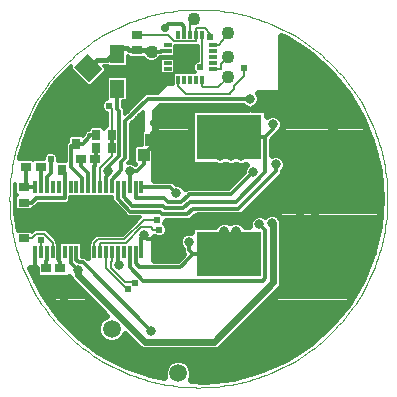
<source format=gbl>
G75*
%MOIN*%
%OFA0B0*%
%FSLAX25Y25*%
%IPPOS*%
%LPD*%
%AMOC8*
5,1,8,0,0,1.08239X$1,22.5*
%
%ADD10C,0.00004*%
%ADD11R,0.01240X0.04331*%
%ADD12R,0.18701X0.10827*%
%ADD13R,0.21654X0.15157*%
%ADD14R,0.02913X0.03642*%
%ADD15R,0.03543X0.02756*%
%ADD16R,0.03642X0.02913*%
%ADD17R,0.02756X0.03543*%
%ADD18R,0.03937X0.03937*%
%ADD19R,0.02559X0.01181*%
%ADD20R,0.01181X0.02559*%
%ADD21R,0.04724X0.05906*%
%ADD22R,0.06299X0.07087*%
%ADD23R,0.04000X0.04000*%
%ADD24C,0.04331*%
%ADD25C,0.01181*%
%ADD26C,0.00600*%
%ADD27C,0.03150*%
%ADD28C,0.02362*%
%ADD29C,0.02775*%
%ADD30C,0.00630*%
%ADD31C,0.02400*%
%ADD32C,0.05906*%
%ADD33C,0.01600*%
D10*
X0003244Y0070252D02*
X0003263Y0071798D01*
X0003320Y0073343D01*
X0003415Y0074886D01*
X0003547Y0076426D01*
X0003718Y0077963D01*
X0003926Y0079495D01*
X0004171Y0081021D01*
X0004454Y0082541D01*
X0004775Y0084054D01*
X0005132Y0085558D01*
X0005526Y0087053D01*
X0005956Y0088538D01*
X0006423Y0090011D01*
X0006926Y0091473D01*
X0007465Y0092923D01*
X0008039Y0094358D01*
X0008648Y0095779D01*
X0009292Y0097185D01*
X0009970Y0098574D01*
X0010682Y0099946D01*
X0011427Y0101301D01*
X0012206Y0102636D01*
X0013017Y0103953D01*
X0013860Y0105248D01*
X0014735Y0106523D01*
X0015640Y0107776D01*
X0016576Y0109007D01*
X0017543Y0110214D01*
X0018538Y0111397D01*
X0019562Y0112555D01*
X0020614Y0113688D01*
X0021694Y0114794D01*
X0022800Y0115874D01*
X0023933Y0116926D01*
X0025091Y0117950D01*
X0026274Y0118945D01*
X0027481Y0119912D01*
X0028712Y0120848D01*
X0029965Y0121753D01*
X0031240Y0122628D01*
X0032535Y0123471D01*
X0033852Y0124282D01*
X0035187Y0125061D01*
X0036542Y0125806D01*
X0037914Y0126518D01*
X0039303Y0127196D01*
X0040709Y0127840D01*
X0042130Y0128449D01*
X0043565Y0129023D01*
X0045015Y0129562D01*
X0046477Y0130065D01*
X0047950Y0130532D01*
X0049435Y0130962D01*
X0050930Y0131356D01*
X0052434Y0131713D01*
X0053947Y0132034D01*
X0055467Y0132317D01*
X0056993Y0132562D01*
X0058525Y0132770D01*
X0060062Y0132941D01*
X0061602Y0133073D01*
X0063145Y0133168D01*
X0064690Y0133225D01*
X0066236Y0133244D01*
X0067782Y0133225D01*
X0069327Y0133168D01*
X0070870Y0133073D01*
X0072410Y0132941D01*
X0073947Y0132770D01*
X0075479Y0132562D01*
X0077005Y0132317D01*
X0078525Y0132034D01*
X0080038Y0131713D01*
X0081542Y0131356D01*
X0083037Y0130962D01*
X0084522Y0130532D01*
X0085995Y0130065D01*
X0087457Y0129562D01*
X0088907Y0129023D01*
X0090342Y0128449D01*
X0091763Y0127840D01*
X0093169Y0127196D01*
X0094558Y0126518D01*
X0095930Y0125806D01*
X0097285Y0125061D01*
X0098620Y0124282D01*
X0099937Y0123471D01*
X0101232Y0122628D01*
X0102507Y0121753D01*
X0103760Y0120848D01*
X0104991Y0119912D01*
X0106198Y0118945D01*
X0107381Y0117950D01*
X0108539Y0116926D01*
X0109672Y0115874D01*
X0110778Y0114794D01*
X0111858Y0113688D01*
X0112910Y0112555D01*
X0113934Y0111397D01*
X0114929Y0110214D01*
X0115896Y0109007D01*
X0116832Y0107776D01*
X0117737Y0106523D01*
X0118612Y0105248D01*
X0119455Y0103953D01*
X0120266Y0102636D01*
X0121045Y0101301D01*
X0121790Y0099946D01*
X0122502Y0098574D01*
X0123180Y0097185D01*
X0123824Y0095779D01*
X0124433Y0094358D01*
X0125007Y0092923D01*
X0125546Y0091473D01*
X0126049Y0090011D01*
X0126516Y0088538D01*
X0126946Y0087053D01*
X0127340Y0085558D01*
X0127697Y0084054D01*
X0128018Y0082541D01*
X0128301Y0081021D01*
X0128546Y0079495D01*
X0128754Y0077963D01*
X0128925Y0076426D01*
X0129057Y0074886D01*
X0129152Y0073343D01*
X0129209Y0071798D01*
X0129228Y0070252D01*
X0129209Y0068706D01*
X0129152Y0067161D01*
X0129057Y0065618D01*
X0128925Y0064078D01*
X0128754Y0062541D01*
X0128546Y0061009D01*
X0128301Y0059483D01*
X0128018Y0057963D01*
X0127697Y0056450D01*
X0127340Y0054946D01*
X0126946Y0053451D01*
X0126516Y0051966D01*
X0126049Y0050493D01*
X0125546Y0049031D01*
X0125007Y0047581D01*
X0124433Y0046146D01*
X0123824Y0044725D01*
X0123180Y0043319D01*
X0122502Y0041930D01*
X0121790Y0040558D01*
X0121045Y0039203D01*
X0120266Y0037868D01*
X0119455Y0036551D01*
X0118612Y0035256D01*
X0117737Y0033981D01*
X0116832Y0032728D01*
X0115896Y0031497D01*
X0114929Y0030290D01*
X0113934Y0029107D01*
X0112910Y0027949D01*
X0111858Y0026816D01*
X0110778Y0025710D01*
X0109672Y0024630D01*
X0108539Y0023578D01*
X0107381Y0022554D01*
X0106198Y0021559D01*
X0104991Y0020592D01*
X0103760Y0019656D01*
X0102507Y0018751D01*
X0101232Y0017876D01*
X0099937Y0017033D01*
X0098620Y0016222D01*
X0097285Y0015443D01*
X0095930Y0014698D01*
X0094558Y0013986D01*
X0093169Y0013308D01*
X0091763Y0012664D01*
X0090342Y0012055D01*
X0088907Y0011481D01*
X0087457Y0010942D01*
X0085995Y0010439D01*
X0084522Y0009972D01*
X0083037Y0009542D01*
X0081542Y0009148D01*
X0080038Y0008791D01*
X0078525Y0008470D01*
X0077005Y0008187D01*
X0075479Y0007942D01*
X0073947Y0007734D01*
X0072410Y0007563D01*
X0070870Y0007431D01*
X0069327Y0007336D01*
X0067782Y0007279D01*
X0066236Y0007260D01*
X0064690Y0007279D01*
X0063145Y0007336D01*
X0061602Y0007431D01*
X0060062Y0007563D01*
X0058525Y0007734D01*
X0056993Y0007942D01*
X0055467Y0008187D01*
X0053947Y0008470D01*
X0052434Y0008791D01*
X0050930Y0009148D01*
X0049435Y0009542D01*
X0047950Y0009972D01*
X0046477Y0010439D01*
X0045015Y0010942D01*
X0043565Y0011481D01*
X0042130Y0012055D01*
X0040709Y0012664D01*
X0039303Y0013308D01*
X0037914Y0013986D01*
X0036542Y0014698D01*
X0035187Y0015443D01*
X0033852Y0016222D01*
X0032535Y0017033D01*
X0031240Y0017876D01*
X0029965Y0018751D01*
X0028712Y0019656D01*
X0027481Y0020592D01*
X0026274Y0021559D01*
X0025091Y0022554D01*
X0023933Y0023578D01*
X0022800Y0024630D01*
X0021694Y0025710D01*
X0020614Y0026816D01*
X0019562Y0027949D01*
X0018538Y0029107D01*
X0017543Y0030290D01*
X0016576Y0031497D01*
X0015640Y0032728D01*
X0014735Y0033981D01*
X0013860Y0035256D01*
X0013017Y0036551D01*
X0012206Y0037868D01*
X0011427Y0039203D01*
X0010682Y0040558D01*
X0009970Y0041930D01*
X0009292Y0043319D01*
X0008648Y0044725D01*
X0008039Y0046146D01*
X0007465Y0047581D01*
X0006926Y0049031D01*
X0006423Y0050493D01*
X0005956Y0051966D01*
X0005526Y0053451D01*
X0005132Y0054946D01*
X0004775Y0056450D01*
X0004454Y0057963D01*
X0004171Y0059483D01*
X0003926Y0061009D01*
X0003718Y0062541D01*
X0003547Y0064078D01*
X0003415Y0065618D01*
X0003320Y0067161D01*
X0003263Y0068706D01*
X0003244Y0070252D01*
D11*
X0011807Y0074071D03*
X0013776Y0074071D03*
X0015744Y0074071D03*
X0017713Y0074071D03*
X0019681Y0074071D03*
X0021650Y0074071D03*
X0023618Y0074071D03*
X0025587Y0074071D03*
X0027555Y0074071D03*
X0029524Y0074071D03*
X0031492Y0074071D03*
X0033461Y0074071D03*
X0035429Y0074071D03*
X0037398Y0074071D03*
X0039366Y0074071D03*
X0041335Y0074071D03*
X0043303Y0074071D03*
X0045272Y0074071D03*
X0047240Y0074071D03*
X0047240Y0052417D03*
X0045272Y0052417D03*
X0043303Y0052417D03*
X0041335Y0052417D03*
X0039366Y0052417D03*
X0037398Y0052417D03*
X0035429Y0052417D03*
X0033461Y0052417D03*
X0031492Y0052417D03*
X0029524Y0052417D03*
X0027555Y0052417D03*
X0025587Y0052417D03*
X0023618Y0052417D03*
X0021650Y0052417D03*
X0019681Y0052417D03*
X0017713Y0052417D03*
X0015744Y0052417D03*
X0013776Y0052417D03*
X0011807Y0052417D03*
D12*
X0029524Y0063244D03*
D13*
X0076472Y0051689D03*
X0076472Y0090862D03*
D14*
X0020843Y0084406D03*
X0020843Y0079681D03*
D15*
X0013776Y0080882D03*
X0008677Y0080823D03*
X0008677Y0085941D03*
X0013776Y0086000D03*
X0008008Y0074012D03*
X0008008Y0068894D03*
X0008008Y0062083D03*
X0008008Y0056965D03*
X0045744Y0119681D03*
X0045744Y0124799D03*
D16*
X0031728Y0083598D03*
X0027004Y0083598D03*
X0020252Y0047083D03*
X0015528Y0047083D03*
D17*
X0032201Y0087122D03*
X0032201Y0091315D03*
X0037319Y0091315D03*
X0037319Y0087122D03*
X0025488Y0088480D03*
X0020370Y0088480D03*
D18*
X0063500Y0117358D03*
D19*
X0070980Y0117358D03*
X0070980Y0119327D03*
X0070980Y0121295D03*
X0070980Y0115390D03*
X0070980Y0113421D03*
X0056020Y0113421D03*
X0056020Y0115390D03*
X0056020Y0117358D03*
X0056020Y0119327D03*
X0056020Y0121295D03*
D20*
X0059563Y0124839D03*
X0061531Y0124839D03*
X0063500Y0124839D03*
X0065469Y0124839D03*
X0067437Y0124839D03*
X0067437Y0109878D03*
X0065469Y0109878D03*
X0063500Y0109878D03*
X0061531Y0109878D03*
X0059563Y0109878D03*
D21*
X0039189Y0106886D03*
X0039189Y0118303D03*
D22*
G36*
X0024906Y0113953D02*
X0029359Y0118406D01*
X0034368Y0113397D01*
X0029915Y0108944D01*
X0024906Y0113953D01*
G37*
G36*
X0017111Y0106158D02*
X0021564Y0110611D01*
X0026573Y0105602D01*
X0022120Y0101149D01*
X0017111Y0106158D01*
G37*
D23*
X0045587Y0089862D03*
X0048087Y0084862D03*
X0050587Y0089862D03*
D24*
X0076079Y0110606D03*
X0076079Y0117496D03*
X0076079Y0125370D03*
X0064701Y0130016D03*
X0050646Y0119169D03*
D25*
X0048928Y0119169D01*
X0047956Y0117113D02*
X0048745Y0116324D01*
X0049978Y0115813D01*
X0051313Y0115813D01*
X0052547Y0116324D01*
X0053491Y0117268D01*
X0053540Y0117388D01*
X0054420Y0117388D01*
X0054578Y0117546D01*
X0057792Y0117546D01*
X0058490Y0118243D01*
X0058490Y0121168D01*
X0065946Y0121168D01*
X0065946Y0116157D01*
X0065541Y0115989D01*
X0064869Y0115317D01*
X0064505Y0114438D01*
X0064505Y0113487D01*
X0064869Y0112609D01*
X0065130Y0112348D01*
X0058490Y0112348D01*
X0058490Y0116473D01*
X0057792Y0117171D01*
X0054247Y0117171D01*
X0053550Y0116473D01*
X0053550Y0112338D01*
X0054247Y0111640D01*
X0057782Y0111640D01*
X0057782Y0108598D01*
X0055921Y0108598D01*
X0052679Y0105356D01*
X0048752Y0105356D01*
X0041676Y0098280D01*
X0041676Y0100050D01*
X0040970Y0100755D01*
X0040970Y0102743D01*
X0042044Y0102743D01*
X0042742Y0103440D01*
X0042742Y0110332D01*
X0042044Y0111029D01*
X0036334Y0111029D01*
X0035636Y0110332D01*
X0035636Y0103440D01*
X0035688Y0103388D01*
X0035020Y0103111D01*
X0034347Y0102438D01*
X0033983Y0101560D01*
X0033983Y0100609D01*
X0034347Y0099730D01*
X0035020Y0099058D01*
X0035828Y0098723D01*
X0035828Y0094277D01*
X0035448Y0094277D01*
X0034760Y0093589D01*
X0034072Y0094277D01*
X0030330Y0094277D01*
X0029632Y0093580D01*
X0029632Y0093096D01*
X0029185Y0093096D01*
X0028142Y0092053D01*
X0028142Y0091375D01*
X0027784Y0091017D01*
X0027359Y0091443D01*
X0023617Y0091443D01*
X0022920Y0090745D01*
X0022920Y0089376D01*
X0022789Y0089245D01*
X0022422Y0089084D01*
X0022288Y0088744D01*
X0022029Y0088485D01*
X0022029Y0088084D01*
X0021883Y0087711D01*
X0022029Y0087376D01*
X0022029Y0082693D01*
X0019343Y0082693D01*
X0019416Y0082870D01*
X0019416Y0083821D01*
X0019052Y0084699D01*
X0018380Y0085372D01*
X0017501Y0085736D01*
X0016550Y0085736D01*
X0015671Y0085372D01*
X0014999Y0084699D01*
X0014635Y0083821D01*
X0014635Y0083450D01*
X0011511Y0083450D01*
X0011197Y0083136D01*
X0010942Y0083391D01*
X0006412Y0083391D01*
X0006303Y0083282D01*
X0006452Y0084242D01*
X0009288Y0093204D01*
X0013459Y0101628D01*
X0018867Y0109317D01*
X0023714Y0114353D01*
X0023714Y0113461D01*
X0029423Y0107752D01*
X0030409Y0107752D01*
X0035560Y0112904D01*
X0035560Y0113890D01*
X0034902Y0114548D01*
X0035945Y0114548D01*
X0036334Y0114160D01*
X0042044Y0114160D01*
X0042742Y0114857D01*
X0042742Y0117691D01*
X0042901Y0117691D01*
X0043479Y0117113D01*
X0047956Y0117113D01*
X0048105Y0116964D02*
X0042742Y0116964D01*
X0042742Y0115784D02*
X0053550Y0115784D01*
X0053550Y0114605D02*
X0042489Y0114605D01*
X0042742Y0109886D02*
X0057782Y0109886D01*
X0057782Y0108707D02*
X0042742Y0108707D01*
X0042742Y0107527D02*
X0054850Y0107527D01*
X0053670Y0106347D02*
X0042742Y0106347D01*
X0042742Y0105168D02*
X0048563Y0105168D01*
X0047384Y0103988D02*
X0042742Y0103988D01*
X0042110Y0102809D02*
X0046204Y0102809D01*
X0045024Y0101629D02*
X0040970Y0101629D01*
X0041276Y0100449D02*
X0043845Y0100449D01*
X0042665Y0099270D02*
X0041676Y0099270D01*
X0039895Y0099312D02*
X0039895Y0084572D01*
X0036197Y0080875D01*
X0036197Y0079582D01*
X0036197Y0078185D01*
X0035429Y0077417D01*
X0035429Y0074071D01*
X0037398Y0074071D02*
X0037398Y0076582D01*
X0040517Y0079701D01*
X0040517Y0082303D01*
X0041903Y0083689D01*
X0041903Y0095988D01*
X0049490Y0103575D01*
X0083309Y0103575D01*
X0090932Y0095069D02*
X0090932Y0093314D01*
X0088480Y0090862D01*
X0076472Y0090862D01*
X0084490Y0079057D02*
X0077181Y0071748D01*
X0063244Y0071748D01*
X0063008Y0071512D01*
X0062943Y0071498D01*
X0060519Y0069074D01*
X0056051Y0069074D01*
X0054637Y0070488D01*
X0045272Y0070488D01*
X0045272Y0074071D01*
X0047240Y0074071D02*
X0056899Y0074071D01*
X0058904Y0072066D01*
X0063367Y0069180D02*
X0061252Y0067066D01*
X0055081Y0067066D01*
X0054296Y0067851D01*
X0044208Y0067851D01*
X0041335Y0070724D01*
X0041335Y0074071D01*
X0043303Y0074071D02*
X0043303Y0077417D01*
X0043303Y0079378D01*
X0045783Y0079378D01*
X0048087Y0081681D01*
X0048087Y0084862D01*
X0049905Y0086681D01*
X0050587Y0086681D01*
X0050587Y0089862D01*
X0047396Y0089833D02*
X0043684Y0089833D01*
X0043684Y0091012D02*
X0047396Y0091012D01*
X0047396Y0092192D02*
X0043684Y0092192D01*
X0043684Y0093372D02*
X0047654Y0093372D01*
X0047654Y0092613D02*
X0047654Y0099220D01*
X0043684Y0095251D01*
X0043684Y0082951D01*
X0042875Y0082143D01*
X0043853Y0082143D01*
X0044870Y0081722D01*
X0045239Y0081352D01*
X0045576Y0081689D01*
X0044896Y0082369D01*
X0044896Y0087355D01*
X0045593Y0088053D01*
X0047396Y0088053D01*
X0047396Y0092355D01*
X0047654Y0092613D01*
X0047654Y0094551D02*
X0043684Y0094551D01*
X0044164Y0095731D02*
X0047654Y0095731D01*
X0047654Y0096910D02*
X0045344Y0096910D01*
X0046523Y0098090D02*
X0047654Y0098090D01*
X0039895Y0099312D02*
X0039189Y0100018D01*
X0039189Y0106650D01*
X0039189Y0106886D01*
X0035636Y0106347D02*
X0016778Y0106347D01*
X0015949Y0105168D02*
X0035636Y0105168D01*
X0035636Y0103988D02*
X0015119Y0103988D01*
X0014289Y0102809D02*
X0034718Y0102809D01*
X0034012Y0101629D02*
X0013459Y0101629D01*
X0012875Y0100449D02*
X0034049Y0100449D01*
X0034808Y0099270D02*
X0012291Y0099270D01*
X0011707Y0098090D02*
X0035828Y0098090D01*
X0035828Y0096910D02*
X0011123Y0096910D01*
X0010539Y0095731D02*
X0035828Y0095731D01*
X0035828Y0094551D02*
X0009955Y0094551D01*
X0009371Y0093372D02*
X0029632Y0093372D01*
X0028281Y0092192D02*
X0008968Y0092192D01*
X0008594Y0091012D02*
X0023187Y0091012D01*
X0022920Y0089833D02*
X0008221Y0089833D01*
X0007848Y0088653D02*
X0022197Y0088653D01*
X0021987Y0087474D02*
X0007474Y0087474D01*
X0007101Y0086294D02*
X0022029Y0086294D01*
X0022029Y0085114D02*
X0018637Y0085114D01*
X0019369Y0083935D02*
X0022029Y0083935D01*
X0022029Y0082755D02*
X0019369Y0082755D01*
X0020843Y0084406D02*
X0020843Y0087126D01*
X0020370Y0087261D02*
X0017709Y0087261D01*
X0016447Y0086000D01*
X0013776Y0086000D01*
X0011748Y0086000D01*
X0011104Y0086000D01*
X0011045Y0085941D01*
X0008677Y0085941D01*
X0006728Y0085114D02*
X0015414Y0085114D01*
X0014682Y0083935D02*
X0006404Y0083935D01*
X0008677Y0080823D02*
X0008677Y0074012D01*
X0010680Y0074012D01*
X0010739Y0074071D01*
X0011807Y0074071D01*
X0013776Y0074071D02*
X0013776Y0080882D01*
X0017025Y0078821D02*
X0015744Y0077540D01*
X0015744Y0074071D01*
X0012083Y0070297D02*
X0010680Y0068894D01*
X0008008Y0068894D01*
X0005046Y0068600D02*
X0005017Y0068600D01*
X0005017Y0069779D02*
X0005046Y0069779D01*
X0005046Y0070765D02*
X0005046Y0067023D01*
X0005743Y0066325D01*
X0010273Y0066325D01*
X0010970Y0067023D01*
X0010970Y0067113D01*
X0011417Y0067113D01*
X0012820Y0068516D01*
X0022387Y0068516D01*
X0023431Y0069559D01*
X0023431Y0070715D01*
X0037585Y0070715D01*
X0037585Y0069326D01*
X0038628Y0068283D01*
X0042849Y0064062D01*
X0046740Y0064062D01*
X0046512Y0063834D01*
X0040927Y0058250D01*
X0032151Y0058250D01*
X0031278Y0057377D01*
X0030875Y0056973D01*
X0030875Y0056973D01*
X0030002Y0056100D01*
X0030002Y0055396D01*
X0029681Y0055076D01*
X0029681Y0050016D01*
X0029256Y0050016D01*
X0028429Y0050842D01*
X0027397Y0050842D01*
X0027397Y0055076D01*
X0026700Y0055773D01*
X0020536Y0055773D01*
X0019839Y0055076D01*
X0019839Y0050016D01*
X0019523Y0050016D01*
X0019523Y0055076D01*
X0019203Y0055396D01*
X0019203Y0056223D01*
X0018330Y0057096D01*
X0016272Y0059154D01*
X0015399Y0060027D01*
X0011634Y0060027D01*
X0010706Y0059099D01*
X0010273Y0059533D01*
X0005946Y0059533D01*
X0005017Y0065552D01*
X0005017Y0074952D01*
X0005046Y0075139D01*
X0005046Y0072141D01*
X0005734Y0071453D01*
X0005046Y0070765D01*
X0005017Y0070959D02*
X0005240Y0070959D01*
X0005048Y0072139D02*
X0005017Y0072139D01*
X0005017Y0073318D02*
X0005046Y0073318D01*
X0005017Y0074498D02*
X0005046Y0074498D01*
X0005017Y0067420D02*
X0005046Y0067420D01*
X0005017Y0066241D02*
X0040671Y0066241D01*
X0039491Y0067420D02*
X0011725Y0067420D01*
X0012083Y0070297D02*
X0021650Y0070297D01*
X0021650Y0074071D01*
X0021650Y0078874D01*
X0023811Y0080881D02*
X0023811Y0087748D01*
X0025488Y0088480D01*
X0027766Y0088480D01*
X0029923Y0090637D01*
X0029923Y0091315D01*
X0032201Y0091315D01*
X0032201Y0087122D02*
X0032201Y0084450D01*
X0031728Y0083598D02*
X0031728Y0081242D01*
X0031492Y0081005D01*
X0031492Y0074071D01*
X0029524Y0074071D02*
X0029524Y0078722D01*
X0027004Y0081242D01*
X0027004Y0083598D01*
X0023811Y0080881D02*
X0027555Y0077136D01*
X0027555Y0074071D01*
X0023431Y0069779D02*
X0037585Y0069779D01*
X0038312Y0068600D02*
X0022471Y0068600D01*
X0029524Y0063244D02*
X0029524Y0055955D01*
X0029524Y0052417D01*
X0029681Y0052085D02*
X0027397Y0052085D01*
X0027555Y0052644D02*
X0027555Y0055955D01*
X0029524Y0055955D01*
X0030002Y0055624D02*
X0026849Y0055624D01*
X0027555Y0055955D02*
X0019681Y0055955D01*
X0019681Y0052417D01*
X0019681Y0049538D01*
X0020252Y0048967D01*
X0020252Y0047083D01*
X0023618Y0048826D02*
X0026151Y0046293D01*
X0026417Y0049061D02*
X0027692Y0049061D01*
X0050578Y0026175D01*
X0039852Y0017792D02*
X0072901Y0017792D01*
X0079495Y0024386D01*
X0094694Y0039585D01*
X0094694Y0062925D01*
X0092639Y0064980D01*
X0066068Y0064980D01*
X0059055Y0057968D01*
X0056078Y0057968D01*
X0054976Y0056866D01*
X0049071Y0056866D01*
X0048126Y0057811D01*
X0048066Y0057968D01*
X0047240Y0057142D01*
X0047240Y0054091D01*
X0047240Y0052417D01*
X0045272Y0052417D02*
X0045272Y0049071D01*
X0045272Y0048618D01*
X0046472Y0047417D01*
X0060173Y0047417D01*
X0061591Y0048835D01*
X0061846Y0049071D01*
X0064465Y0051689D01*
X0076472Y0051689D01*
X0086535Y0061719D02*
X0088487Y0059767D01*
X0088487Y0043610D01*
X0087800Y0042923D01*
X0047908Y0042923D01*
X0043303Y0047527D01*
X0043303Y0052417D01*
X0039366Y0052417D02*
X0039366Y0049071D01*
X0039653Y0048784D01*
X0039653Y0048074D01*
X0031278Y0057377D02*
X0031278Y0057377D01*
X0030705Y0056804D02*
X0018622Y0056804D01*
X0018330Y0057096D02*
X0018330Y0057096D01*
X0017442Y0057983D02*
X0031885Y0057983D01*
X0029681Y0054444D02*
X0027397Y0054444D01*
X0027397Y0053265D02*
X0029681Y0053265D01*
X0029681Y0050906D02*
X0027397Y0050906D01*
X0025587Y0049892D02*
X0026417Y0049061D01*
X0025587Y0049892D02*
X0025587Y0052417D01*
X0023618Y0052417D02*
X0023618Y0048826D01*
X0019839Y0050906D02*
X0019523Y0050906D01*
X0019523Y0052085D02*
X0019839Y0052085D01*
X0019839Y0053265D02*
X0019523Y0053265D01*
X0019523Y0054444D02*
X0019839Y0054444D01*
X0020387Y0055624D02*
X0019203Y0055624D01*
X0016272Y0059154D02*
X0016272Y0059154D01*
X0016263Y0059163D02*
X0041840Y0059163D01*
X0043020Y0060342D02*
X0005821Y0060342D01*
X0005639Y0061522D02*
X0044199Y0061522D01*
X0045379Y0062702D02*
X0005457Y0062702D01*
X0005275Y0063881D02*
X0046559Y0063881D01*
X0043587Y0065844D02*
X0039366Y0070064D01*
X0039366Y0074071D01*
X0043587Y0065844D02*
X0053326Y0065844D01*
X0054111Y0065058D01*
X0062459Y0065058D01*
X0064337Y0066936D01*
X0079578Y0066936D01*
X0091979Y0079337D01*
X0091979Y0081712D01*
X0088480Y0079063D02*
X0078598Y0069180D01*
X0063367Y0069180D01*
X0063076Y0055803D02*
X0063076Y0053078D01*
X0064465Y0051689D01*
X0041851Y0065061D02*
X0005093Y0065061D01*
X0010643Y0059163D02*
X0010770Y0059163D01*
X0011807Y0052417D02*
X0011807Y0045837D01*
X0039852Y0017792D01*
X0015528Y0047083D02*
X0015528Y0049439D01*
X0015744Y0049656D01*
X0015744Y0052417D01*
X0017025Y0078821D02*
X0017025Y0083345D01*
X0020370Y0088480D02*
X0020370Y0101626D01*
X0018979Y0103017D01*
X0021782Y0105820D01*
X0018438Y0108707D02*
X0028468Y0108707D01*
X0027288Y0109886D02*
X0019415Y0109886D01*
X0020550Y0111066D02*
X0026109Y0111066D01*
X0024929Y0112245D02*
X0021685Y0112245D01*
X0022821Y0113425D02*
X0023750Y0113425D01*
X0017608Y0107527D02*
X0035636Y0107527D01*
X0035636Y0108707D02*
X0031363Y0108707D01*
X0032543Y0109886D02*
X0035636Y0109886D01*
X0033723Y0111066D02*
X0057782Y0111066D01*
X0058490Y0113425D02*
X0064531Y0113425D01*
X0064574Y0114605D02*
X0058490Y0114605D01*
X0058490Y0115784D02*
X0065336Y0115784D01*
X0065946Y0116964D02*
X0057999Y0116964D01*
X0058390Y0118144D02*
X0065946Y0118144D01*
X0065946Y0119323D02*
X0058490Y0119323D01*
X0058490Y0120503D02*
X0065946Y0120503D01*
X0063500Y0117358D02*
X0056020Y0117358D01*
X0056020Y0119327D02*
X0053840Y0119327D01*
X0053683Y0119169D01*
X0050646Y0119169D01*
X0053186Y0116964D02*
X0054040Y0116964D01*
X0053550Y0113425D02*
X0035560Y0113425D01*
X0034902Y0112245D02*
X0053642Y0112245D01*
X0061531Y0124839D02*
X0061531Y0127555D01*
X0060646Y0128441D01*
X0056157Y0128441D01*
X0054976Y0127260D01*
X0029637Y0113675D02*
X0029637Y0113675D01*
X0037319Y0091315D02*
X0037319Y0087122D01*
X0043488Y0082755D02*
X0044896Y0082755D01*
X0044896Y0083935D02*
X0043684Y0083935D01*
X0043684Y0085114D02*
X0044896Y0085114D01*
X0044896Y0086294D02*
X0043684Y0086294D01*
X0043684Y0087474D02*
X0045014Y0087474D01*
X0043684Y0088653D02*
X0047396Y0088653D01*
X0045462Y0081576D02*
X0045016Y0081576D01*
X0084490Y0079057D02*
X0084553Y0079057D01*
X0088480Y0079063D02*
X0088480Y0090862D01*
D26*
X0076729Y0105256D02*
X0076729Y0105311D01*
X0078126Y0106709D01*
X0078126Y0107654D01*
X0081433Y0110961D01*
X0081446Y0113752D01*
X0076079Y0110606D02*
X0076000Y0110488D01*
X0072895Y0107383D01*
X0067752Y0107383D01*
X0067437Y0107698D01*
X0067437Y0109878D01*
X0066896Y0113963D02*
X0067437Y0114504D01*
X0067437Y0124839D01*
X0068409Y0127018D02*
X0070201Y0125226D01*
X0070201Y0124048D01*
X0070980Y0121295D02*
X0073160Y0121295D01*
X0073160Y0121605D01*
X0076079Y0125370D01*
X0076079Y0117496D02*
X0076000Y0117339D01*
X0073657Y0114996D01*
X0073657Y0113421D01*
X0070980Y0113421D01*
X0076729Y0105256D02*
X0062006Y0105256D01*
X0059563Y0107698D01*
X0059563Y0109878D01*
X0056020Y0117358D02*
X0053840Y0117358D01*
X0049347Y0112866D01*
X0044871Y0112866D01*
X0044871Y0112866D01*
X0036216Y0112866D01*
X0031380Y0108030D01*
X0025420Y0108030D01*
X0024706Y0108744D01*
X0021842Y0105880D01*
X0021782Y0105820D01*
X0032501Y0116539D02*
X0032501Y0116539D01*
X0039189Y0118303D02*
X0039688Y0120429D01*
X0045744Y0124799D02*
X0056059Y0124799D01*
X0058199Y0122659D01*
X0065469Y0122659D01*
X0065469Y0124839D01*
X0065469Y0125089D01*
X0065469Y0127018D01*
X0068409Y0127018D01*
X0064701Y0130016D02*
X0063500Y0129268D01*
X0063500Y0124839D01*
X0044871Y0112866D02*
X0044871Y0108333D01*
X0037319Y0100128D02*
X0037319Y0091315D01*
X0037319Y0087122D02*
X0037319Y0084450D01*
X0033461Y0080592D01*
X0033461Y0077136D01*
X0033461Y0074071D01*
X0031728Y0083598D02*
X0031728Y0083978D01*
X0032201Y0084450D01*
X0021650Y0078874D02*
X0020843Y0079681D01*
X0020843Y0087126D02*
X0020505Y0087126D01*
X0020370Y0087261D01*
X0020370Y0088480D01*
X0008677Y0074012D02*
X0008008Y0074012D01*
X0012222Y0064210D02*
X0019681Y0056751D01*
X0019681Y0055955D01*
X0017713Y0055605D02*
X0014782Y0058536D01*
X0012251Y0058536D01*
X0010680Y0056965D01*
X0008008Y0056965D01*
X0017713Y0055605D02*
X0017713Y0055483D01*
X0017713Y0052417D01*
X0027555Y0052417D02*
X0027555Y0052644D01*
X0031492Y0052417D02*
X0031492Y0055483D01*
X0032769Y0056759D01*
X0041545Y0056759D01*
X0048002Y0063217D01*
X0052335Y0063217D01*
X0050496Y0060638D02*
X0051197Y0059937D01*
X0053054Y0059929D01*
X0050496Y0060638D02*
X0047157Y0060638D01*
X0042002Y0055483D01*
X0033461Y0055483D01*
X0033461Y0053950D01*
X0033461Y0052417D01*
X0035429Y0052417D02*
X0035429Y0049352D01*
X0035429Y0047101D01*
X0042368Y0040161D01*
X0042786Y0040161D01*
X0042786Y0040161D01*
X0041659Y0042568D02*
X0044622Y0042568D01*
X0045027Y0042163D01*
X0041659Y0042568D02*
X0037178Y0047049D01*
X0037178Y0049132D01*
X0037398Y0049352D01*
X0037398Y0052417D01*
X0037319Y0100128D02*
X0036374Y0101084D01*
D27*
X0036197Y0079582D03*
X0043303Y0079378D03*
X0058904Y0072066D03*
X0048066Y0057968D03*
X0039653Y0048074D03*
X0026151Y0046293D03*
X0050578Y0026175D03*
X0076068Y0051551D03*
X0079848Y0051551D03*
X0078666Y0055803D03*
X0074887Y0055803D03*
X0071107Y0055803D03*
X0067328Y0055803D03*
X0063076Y0055803D03*
X0074887Y0059583D03*
X0078666Y0059583D03*
X0086535Y0061719D03*
X0090756Y0061988D03*
X0100164Y0060803D03*
X0100164Y0065724D03*
X0105086Y0065724D03*
X0105086Y0060803D03*
X0105086Y0055882D03*
X0105086Y0050961D03*
X0100164Y0050961D03*
X0100164Y0055882D03*
X0095243Y0032260D03*
X0091306Y0030291D03*
X0093275Y0026354D03*
X0095243Y0022417D03*
X0091306Y0020449D03*
X0089338Y0024386D03*
X0087369Y0028323D03*
X0083432Y0026354D03*
X0085401Y0022417D03*
X0081464Y0020449D03*
X0083432Y0016512D03*
X0087369Y0018480D03*
X0079495Y0024386D03*
X0097212Y0028323D03*
X0099180Y0024386D03*
X0084553Y0079057D03*
X0080538Y0084440D03*
X0076995Y0084440D03*
X0073452Y0084440D03*
X0073452Y0088219D03*
X0076995Y0088219D03*
X0076995Y0091999D03*
X0073452Y0091999D03*
X0083309Y0103575D03*
X0090932Y0095069D03*
X0101149Y0089347D03*
X0103117Y0085410D03*
X0108038Y0087378D03*
X0106070Y0091315D03*
X0110991Y0093284D03*
X0112960Y0089347D03*
X0091979Y0081712D03*
X0095243Y0111984D03*
X0095243Y0116906D03*
X0095243Y0121827D03*
X0100164Y0116906D03*
X0100164Y0111984D03*
X0105086Y0111984D03*
X0011276Y0089701D03*
D28*
X0024536Y0026146D02*
X0032526Y0026146D01*
X0032526Y0025925D02*
X0033247Y0024185D01*
X0034578Y0022853D01*
X0036318Y0022132D01*
X0038201Y0022132D01*
X0039941Y0022853D01*
X0041273Y0024185D01*
X0041645Y0025082D01*
X0045804Y0020922D01*
X0046637Y0020089D01*
X0047726Y0019638D01*
X0071283Y0019638D01*
X0071863Y0019635D01*
X0071871Y0019638D01*
X0071880Y0019638D01*
X0072416Y0019860D01*
X0072954Y0020079D01*
X0072961Y0020086D01*
X0072969Y0020089D01*
X0073379Y0020499D01*
X0092904Y0039793D01*
X0092921Y0039800D01*
X0093323Y0040207D01*
X0093729Y0040608D01*
X0093736Y0040625D01*
X0093750Y0040638D01*
X0093965Y0041168D01*
X0094187Y0041694D01*
X0094187Y0041713D01*
X0094194Y0041730D01*
X0094190Y0042302D01*
X0094194Y0042873D01*
X0094187Y0042890D01*
X0094080Y0060182D01*
X0094080Y0061245D01*
X0094111Y0061320D01*
X0094111Y0062656D01*
X0093601Y0063889D01*
X0092657Y0064833D01*
X0091423Y0065344D01*
X0090088Y0065344D01*
X0088855Y0064833D01*
X0088511Y0064489D01*
X0088436Y0064564D01*
X0087202Y0065075D01*
X0085867Y0065075D01*
X0084634Y0064564D01*
X0083690Y0063620D01*
X0083179Y0062386D01*
X0083179Y0061051D01*
X0083180Y0061049D01*
X0081692Y0061049D01*
X0081511Y0061484D01*
X0080567Y0062428D01*
X0079334Y0062939D01*
X0077999Y0062939D01*
X0076777Y0062432D01*
X0075555Y0062939D01*
X0074219Y0062939D01*
X0072986Y0062428D01*
X0072042Y0061484D01*
X0071862Y0061049D01*
X0064908Y0061049D01*
X0063865Y0060005D01*
X0063865Y0059109D01*
X0063743Y0059159D01*
X0062408Y0059159D01*
X0061175Y0058648D01*
X0060231Y0057704D01*
X0059720Y0056471D01*
X0059720Y0055136D01*
X0060231Y0053902D01*
X0060704Y0053429D01*
X0060704Y0052095D01*
X0061111Y0051689D01*
X0060628Y0051206D01*
X0060608Y0051206D01*
X0059947Y0050545D01*
X0059260Y0049911D01*
X0059258Y0049856D01*
X0059191Y0049789D01*
X0051445Y0049789D01*
X0051479Y0057355D01*
X0052461Y0056948D01*
X0053647Y0056948D01*
X0054743Y0057402D01*
X0055581Y0058240D01*
X0056035Y0059336D01*
X0056035Y0060522D01*
X0055581Y0061618D01*
X0055099Y0062100D01*
X0055316Y0062624D01*
X0055316Y0062686D01*
X0063441Y0062686D01*
X0064830Y0064075D01*
X0065319Y0064565D01*
X0080561Y0064565D01*
X0081950Y0065954D01*
X0094351Y0078354D01*
X0094351Y0079338D01*
X0094824Y0079811D01*
X0095335Y0081045D01*
X0095335Y0082380D01*
X0094824Y0083613D01*
X0093880Y0084557D01*
X0092646Y0085068D01*
X0091311Y0085068D01*
X0090852Y0084878D01*
X0090852Y0089880D01*
X0091914Y0090942D01*
X0093304Y0092331D01*
X0093304Y0092695D01*
X0093777Y0093168D01*
X0094288Y0094402D01*
X0094288Y0095737D01*
X0093777Y0096970D01*
X0092833Y0097914D01*
X0091599Y0098425D01*
X0090264Y0098425D01*
X0089080Y0097935D01*
X0089080Y0099179D01*
X0088037Y0100222D01*
X0083983Y0100222D01*
X0085210Y0100730D01*
X0086154Y0101674D01*
X0086665Y0102908D01*
X0086665Y0104243D01*
X0086190Y0105391D01*
X0093717Y0105291D01*
X0093717Y0124377D01*
X0095286Y0123673D01*
X0103100Y0118613D01*
X0110050Y0112419D01*
X0115974Y0105237D01*
X0120731Y0097234D01*
X0124211Y0088599D01*
X0126333Y0079534D01*
X0127045Y0070252D01*
X0126333Y0060970D01*
X0124211Y0051905D01*
X0120731Y0043270D01*
X0115974Y0035267D01*
X0110050Y0028085D01*
X0103100Y0021891D01*
X0095286Y0016830D01*
X0086791Y0013022D01*
X0077814Y0010555D01*
X0068565Y0009488D01*
X0063633Y0009677D01*
X0064198Y0011043D01*
X0064198Y0012926D01*
X0063478Y0014666D01*
X0062146Y0015997D01*
X0060406Y0016718D01*
X0058523Y0016718D01*
X0056783Y0015997D01*
X0055451Y0014666D01*
X0054731Y0012926D01*
X0054731Y0011043D01*
X0054875Y0010695D01*
X0050123Y0011617D01*
X0041361Y0014763D01*
X0033182Y0019211D01*
X0025778Y0024855D01*
X0019323Y0031563D01*
X0013967Y0039177D01*
X0010004Y0047181D01*
X0011926Y0047181D01*
X0011926Y0044888D01*
X0012969Y0043845D01*
X0022811Y0043845D01*
X0023189Y0044223D01*
X0023189Y0044175D01*
X0023640Y0043086D01*
X0035476Y0031251D01*
X0034578Y0030879D01*
X0033247Y0029548D01*
X0032526Y0027808D01*
X0032526Y0025925D01*
X0033646Y0023785D02*
X0027182Y0023785D01*
X0030279Y0021424D02*
X0045302Y0021424D01*
X0048315Y0022600D02*
X0071291Y0022600D01*
X0091228Y0042301D01*
X0091118Y0060173D01*
X0091118Y0061626D01*
X0090756Y0061988D01*
X0093573Y0063917D02*
X0126559Y0063917D01*
X0126740Y0066278D02*
X0082274Y0066278D01*
X0083987Y0063917D02*
X0064672Y0063917D01*
X0063865Y0059196D02*
X0055977Y0059196D01*
X0055607Y0061556D02*
X0072115Y0061556D01*
X0081439Y0061556D02*
X0083179Y0061556D01*
X0084635Y0068638D02*
X0126921Y0068638D01*
X0126988Y0070999D02*
X0086995Y0070999D01*
X0089356Y0073360D02*
X0126807Y0073360D01*
X0126625Y0075721D02*
X0091717Y0075721D01*
X0094077Y0078081D02*
X0126444Y0078081D01*
X0126120Y0080442D02*
X0095085Y0080442D01*
X0095160Y0082803D02*
X0125568Y0082803D01*
X0125015Y0085163D02*
X0090852Y0085163D01*
X0090852Y0087524D02*
X0124463Y0087524D01*
X0123693Y0089885D02*
X0090857Y0089885D01*
X0093218Y0092246D02*
X0122742Y0092246D01*
X0121790Y0094606D02*
X0094288Y0094606D01*
X0093778Y0096967D02*
X0120839Y0096967D01*
X0119487Y0099328D02*
X0088931Y0099328D01*
X0086160Y0101688D02*
X0118083Y0101688D01*
X0116680Y0104049D02*
X0086665Y0104049D01*
X0082636Y0100222D02*
X0064908Y0100222D01*
X0063865Y0099179D01*
X0063865Y0082546D01*
X0064908Y0081502D01*
X0071773Y0081502D01*
X0072784Y0081084D01*
X0074119Y0081084D01*
X0075130Y0081502D01*
X0075316Y0081502D01*
X0076327Y0081084D01*
X0077662Y0081084D01*
X0078673Y0081502D01*
X0078860Y0081502D01*
X0079871Y0081084D01*
X0081206Y0081084D01*
X0082217Y0081502D01*
X0082253Y0081502D01*
X0081708Y0080958D01*
X0081197Y0079724D01*
X0081197Y0079118D01*
X0076199Y0074120D01*
X0062262Y0074120D01*
X0062011Y0073869D01*
X0061960Y0073869D01*
X0061840Y0073749D01*
X0061749Y0073967D01*
X0060805Y0074911D01*
X0059572Y0075422D01*
X0058903Y0075422D01*
X0057882Y0076443D01*
X0051565Y0076443D01*
X0051669Y0099386D01*
X0053487Y0101204D01*
X0080935Y0101204D01*
X0081408Y0100730D01*
X0082636Y0100222D01*
X0093717Y0106410D02*
X0115006Y0106410D01*
X0115974Y0105237D02*
X0115974Y0105237D01*
X0113059Y0108771D02*
X0093717Y0108771D01*
X0093717Y0111131D02*
X0111112Y0111131D01*
X0108846Y0113492D02*
X0093717Y0113492D01*
X0093717Y0115853D02*
X0106197Y0115853D01*
X0103548Y0118213D02*
X0093717Y0118213D01*
X0093717Y0120574D02*
X0100072Y0120574D01*
X0096426Y0122935D02*
X0093717Y0122935D01*
X0064014Y0099328D02*
X0051669Y0099328D01*
X0051658Y0096967D02*
X0063865Y0096967D01*
X0063865Y0094606D02*
X0051648Y0094606D01*
X0051637Y0092246D02*
X0063865Y0092246D01*
X0063865Y0089885D02*
X0051626Y0089885D01*
X0051616Y0087524D02*
X0063865Y0087524D01*
X0063865Y0085163D02*
X0051605Y0085163D01*
X0051594Y0082803D02*
X0063865Y0082803D01*
X0058604Y0075721D02*
X0077800Y0075721D01*
X0080160Y0078081D02*
X0051573Y0078081D01*
X0051584Y0080442D02*
X0081495Y0080442D01*
X0094111Y0061556D02*
X0126378Y0061556D01*
X0126333Y0060970D02*
X0126333Y0060970D01*
X0125918Y0059196D02*
X0094086Y0059196D01*
X0094101Y0056835D02*
X0125365Y0056835D01*
X0124813Y0054474D02*
X0094115Y0054474D01*
X0094130Y0052113D02*
X0124260Y0052113D01*
X0123344Y0049753D02*
X0094144Y0049753D01*
X0094159Y0047392D02*
X0122393Y0047392D01*
X0121441Y0045031D02*
X0094173Y0045031D01*
X0094192Y0042671D02*
X0120375Y0042671D01*
X0118972Y0040310D02*
X0093427Y0040310D01*
X0091038Y0037949D02*
X0117568Y0037949D01*
X0116165Y0035588D02*
X0088649Y0035588D01*
X0086260Y0033228D02*
X0114292Y0033228D01*
X0112345Y0030867D02*
X0083871Y0030867D01*
X0081482Y0028506D02*
X0110398Y0028506D01*
X0107874Y0026146D02*
X0079093Y0026146D01*
X0076704Y0023785D02*
X0105225Y0023785D01*
X0102379Y0021424D02*
X0074315Y0021424D01*
X0083003Y0011981D02*
X0064198Y0011981D01*
X0063612Y0014342D02*
X0089735Y0014342D01*
X0095001Y0016703D02*
X0060443Y0016703D01*
X0058486Y0016703D02*
X0037795Y0016703D01*
X0033454Y0019063D02*
X0098734Y0019063D01*
X0069718Y0009621D02*
X0065095Y0009621D01*
X0054731Y0011981D02*
X0049108Y0011981D01*
X0055317Y0014342D02*
X0042535Y0014342D01*
X0048315Y0022600D02*
X0026151Y0044764D01*
X0026151Y0046293D01*
X0024056Y0042671D02*
X0012237Y0042671D01*
X0013406Y0040310D02*
X0026417Y0040310D01*
X0028777Y0037949D02*
X0014831Y0037949D01*
X0016491Y0035588D02*
X0031138Y0035588D01*
X0033499Y0033228D02*
X0018152Y0033228D01*
X0019992Y0030867D02*
X0034566Y0030867D01*
X0032815Y0028506D02*
X0022264Y0028506D01*
X0011926Y0045031D02*
X0011068Y0045031D01*
X0040873Y0023785D02*
X0042942Y0023785D01*
X0051455Y0052113D02*
X0060704Y0052113D01*
X0059994Y0054474D02*
X0051466Y0054474D01*
X0051477Y0056835D02*
X0059871Y0056835D01*
D29*
X0059150Y0087693D03*
X0063087Y0087693D03*
X0063087Y0091630D03*
X0059150Y0091630D03*
X0059150Y0095567D03*
X0063087Y0095567D03*
X0055213Y0095567D03*
X0055213Y0091630D03*
X0055213Y0087693D03*
X0051276Y0087693D03*
X0051276Y0091630D03*
X0051276Y0095567D03*
X0054976Y0127260D03*
X0021748Y0043402D03*
X0019780Y0040449D03*
X0021748Y0037496D03*
X0023717Y0040449D03*
X0017811Y0043402D03*
X0015843Y0040449D03*
X0017811Y0037496D03*
X0013874Y0043402D03*
D30*
X0013776Y0052417D02*
X0013776Y0056256D01*
X0013638Y0056394D01*
X0011748Y0086000D02*
X0011276Y0086472D01*
X0011276Y0089701D01*
D31*
X0012222Y0086179D03*
X0017025Y0083345D03*
X0015175Y0067163D03*
X0015175Y0064210D03*
X0012222Y0064210D03*
X0012222Y0067045D03*
X0013638Y0056394D03*
X0042786Y0040161D03*
X0045027Y0042163D03*
X0053054Y0059929D03*
X0052335Y0063217D03*
X0046242Y0096702D03*
X0036374Y0101084D03*
X0032351Y0101010D03*
X0034005Y0097467D03*
X0044871Y0108333D03*
X0048414Y0108333D03*
X0052194Y0108333D03*
X0066896Y0113963D03*
X0070201Y0124048D03*
X0081446Y0113752D03*
D32*
X0037260Y0026866D03*
X0059465Y0011984D03*
D33*
X0010680Y0062083D02*
X0010680Y0062667D01*
X0012222Y0064210D01*
X0010680Y0062083D02*
X0008008Y0062083D01*
X0045587Y0089862D02*
X0045587Y0096282D01*
X0046242Y0096702D01*
X0029637Y0113675D02*
X0032501Y0116539D01*
X0035797Y0116539D01*
X0039688Y0120429D01*
X0042324Y0120429D01*
X0043072Y0119681D01*
X0045744Y0119681D01*
X0048416Y0119681D01*
X0048928Y0119169D01*
M02*

</source>
